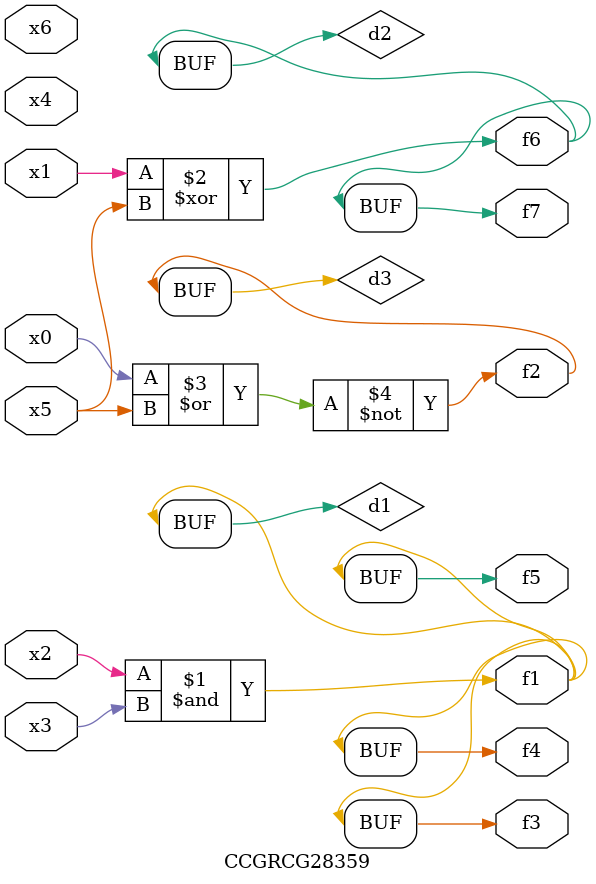
<source format=v>
module CCGRCG28359(
	input x0, x1, x2, x3, x4, x5, x6,
	output f1, f2, f3, f4, f5, f6, f7
);

	wire d1, d2, d3;

	and (d1, x2, x3);
	xor (d2, x1, x5);
	nor (d3, x0, x5);
	assign f1 = d1;
	assign f2 = d3;
	assign f3 = d1;
	assign f4 = d1;
	assign f5 = d1;
	assign f6 = d2;
	assign f7 = d2;
endmodule

</source>
